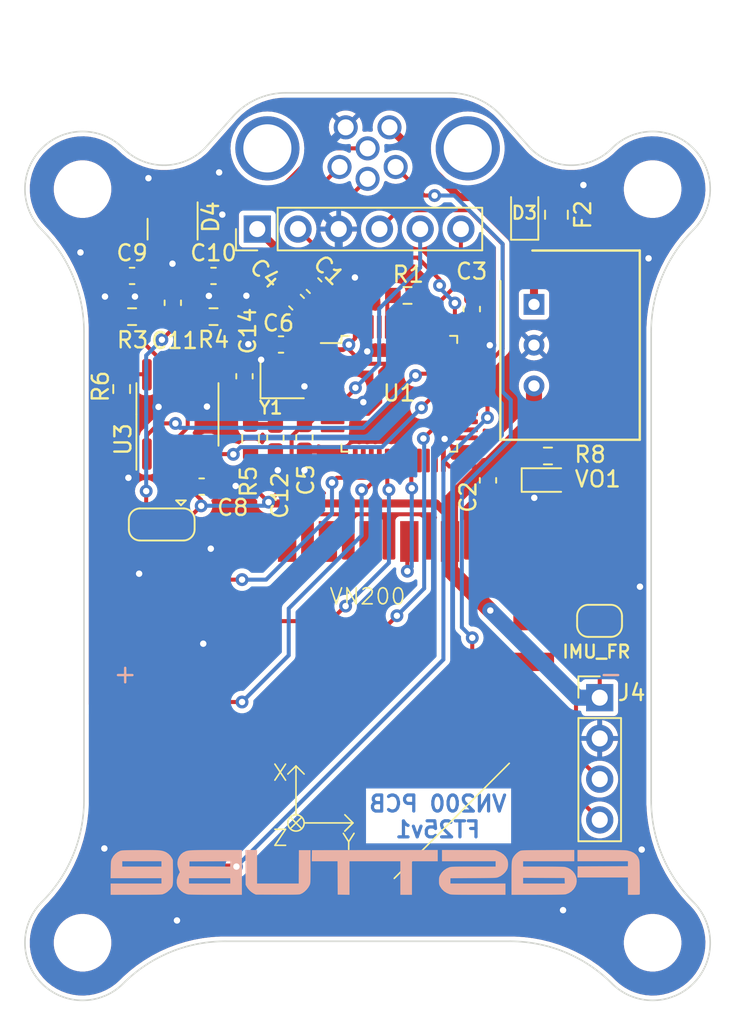
<source format=kicad_pcb>
(kicad_pcb
	(version 20240108)
	(generator "pcbnew")
	(generator_version "8.0")
	(general
		(thickness 1.6)
		(legacy_teardrops no)
	)
	(paper "A4")
	(layers
		(0 "F.Cu" signal)
		(31 "B.Cu" signal)
		(32 "B.Adhes" user "B.Adhesive")
		(33 "F.Adhes" user "F.Adhesive")
		(34 "B.Paste" user)
		(35 "F.Paste" user)
		(36 "B.SilkS" user "B.Silkscreen")
		(37 "F.SilkS" user "F.Silkscreen")
		(38 "B.Mask" user)
		(39 "F.Mask" user)
		(40 "Dwgs.User" user "User.Drawings")
		(41 "Cmts.User" user "User.Comments")
		(42 "Eco1.User" user "User.Eco1")
		(43 "Eco2.User" user "User.Eco2")
		(44 "Edge.Cuts" user)
		(45 "Margin" user)
		(46 "B.CrtYd" user "B.Courtyard")
		(47 "F.CrtYd" user "F.Courtyard")
		(48 "B.Fab" user)
		(49 "F.Fab" user)
		(50 "User.1" user)
		(51 "User.2" user)
		(52 "User.3" user)
		(53 "User.4" user)
		(54 "User.5" user)
		(55 "User.6" user)
		(56 "User.7" user)
		(57 "User.8" user)
		(58 "User.9" user)
	)
	(setup
		(stackup
			(layer "F.SilkS"
				(type "Top Silk Screen")
			)
			(layer "F.Paste"
				(type "Top Solder Paste")
			)
			(layer "F.Mask"
				(type "Top Solder Mask")
				(thickness 0.01)
			)
			(layer "F.Cu"
				(type "copper")
				(thickness 0.035)
			)
			(layer "dielectric 1"
				(type "core")
				(thickness 1.51)
				(material "FR4")
				(epsilon_r 4.5)
				(loss_tangent 0.02)
			)
			(layer "B.Cu"
				(type "copper")
				(thickness 0.035)
			)
			(layer "B.Mask"
				(type "Bottom Solder Mask")
				(thickness 0.01)
			)
			(layer "B.Paste"
				(type "Bottom Solder Paste")
			)
			(layer "B.SilkS"
				(type "Bottom Silk Screen")
			)
			(copper_finish "None")
			(dielectric_constraints no)
		)
		(pad_to_mask_clearance 0)
		(allow_soldermask_bridges_in_footprints no)
		(aux_axis_origin 142.24 63.5)
		(pcbplotparams
			(layerselection 0x00010fc_ffffffff)
			(plot_on_all_layers_selection 0x0000000_00000000)
			(disableapertmacros no)
			(usegerberextensions no)
			(usegerberattributes yes)
			(usegerberadvancedattributes yes)
			(creategerberjobfile no)
			(dashed_line_dash_ratio 12.000000)
			(dashed_line_gap_ratio 3.000000)
			(svgprecision 4)
			(plotframeref no)
			(viasonmask no)
			(mode 1)
			(useauxorigin yes)
			(hpglpennumber 1)
			(hpglpenspeed 20)
			(hpglpendiameter 15.000000)
			(pdf_front_fp_property_popups yes)
			(pdf_back_fp_property_popups yes)
			(dxfpolygonmode yes)
			(dxfimperialunits yes)
			(dxfusepcbnewfont yes)
			(psnegative no)
			(psa4output no)
			(plotreference yes)
			(plotvalue no)
			(plotfptext yes)
			(plotinvisibletext no)
			(sketchpadsonfab no)
			(subtractmaskfromsilk yes)
			(outputformat 1)
			(mirror no)
			(drillshape 0)
			(scaleselection 1)
			(outputdirectory "gerber/")
		)
	)
	(net 0 "")
	(net 1 "Net-(U1-PB2)")
	(net 2 "GND")
	(net 3 "/CAN_H")
	(net 4 "/CAN_L")
	(net 5 "/Vref")
	(net 6 "/NRST")
	(net 7 "/SWCLK")
	(net 8 "/SWDIO")
	(net 9 "/SWO")
	(net 10 "Net-(JP1-A)")
	(net 11 "Net-(U1-BOOT0)")
	(net 12 "Net-(U3-Rs)")
	(net 13 "unconnected-(U1-PC13-Pad2)")
	(net 14 "unconnected-(U1-PC14-Pad3)")
	(net 15 "unconnected-(U1-PC15-Pad4)")
	(net 16 "Net-(U1-PF0)")
	(net 17 "Net-(U1-PF1)")
	(net 18 "unconnected-(U1-PA0-Pad10)")
	(net 19 "unconnected-(U1-PA1-Pad11)")
	(net 20 "unconnected-(U1-PA2-Pad12)")
	(net 21 "unconnected-(U1-PA3-Pad13)")
	(net 22 "unconnected-(U1-PA4-Pad14)")
	(net 23 "Net-(U1-PA5)")
	(net 24 "Net-(U1-PA6)")
	(net 25 "Net-(U1-PA7)")
	(net 26 "unconnected-(U1-PB0-Pad18)")
	(net 27 "unconnected-(U1-PB1-Pad19)")
	(net 28 "unconnected-(VN200-VBAT_RTC-Pad25)")
	(net 29 "unconnected-(U1-PB10-Pad21)")
	(net 30 "unconnected-(U1-PB11-Pad22)")
	(net 31 "unconnected-(U1-PB12-Pad25)")
	(net 32 "unconnected-(U1-PB13-Pad26)")
	(net 33 "unconnected-(U1-PB14-Pad27)")
	(net 34 "unconnected-(U1-PB15-Pad28)")
	(net 35 "unconnected-(U1-PA8-Pad29)")
	(net 36 "Net-(U1-PA9)")
	(net 37 "Net-(U1-PA10)")
	(net 38 "/CAN_RX")
	(net 39 "/CAN_TX")
	(net 40 "Net-(VO1-A)")
	(net 41 "unconnected-(U1-PB4-Pad40)")
	(net 42 "unconnected-(U1-PB5-Pad41)")
	(net 43 "unconnected-(U1-PB6-Pad42)")
	(net 44 "unconnected-(U1-PB7-Pad43)")
	(net 45 "unconnected-(U1-PB8-Pad45)")
	(net 46 "unconnected-(U1-PB9-Pad46)")
	(net 47 "/UART IN")
	(net 48 "/UART OUT")
	(net 49 "unconnected-(VN200-SYNC_OUT-Pad9)")
	(net 50 "unconnected-(VN200-TX1-Pad12)")
	(net 51 "unconnected-(VN200-RX2-Pad13)")
	(net 52 "/PPS")
	(net 53 "/SYNC")
	(net 54 "Net-(JP3-C)")
	(net 55 "Net-(D3-K)")
	(net 56 "Net-(U2-VIN)")
	(net 57 "+24V")
	(net 58 "unconnected-(U1-PA15-Pad38)")
	(net 59 "+3V3")
	(footprint "Connector_PinHeader_2.54mm:PinHeader_1x06_P2.54mm_Vertical" (layer "F.Cu") (at 153.139884 65.991173 90))
	(footprint "Capacitor_SMD:C_0603_1608Metric_Pad1.08x0.95mm_HandSolder" (layer "F.Cu") (at 154.27 79.02 -90))
	(footprint "Connector_PinHeader_2.54mm:PinHeader_1x04_P2.54mm_Vertical" (layer "F.Cu") (at 174.5 95.21))
	(footprint "Fuse:Fuse_0805_2012Metric" (layer "F.Cu") (at 171.8 65.1 -90))
	(footprint (layer "F.Cu") (at 143.14 99))
	(footprint "MountingHole:MountingHole_3.2mm_M3" (layer "F.Cu") (at 177.8 110.49))
	(footprint "Connector_Phoenix_SACC:DSI-M8MS_6CON_M8_L90" (layer "F.Cu") (at 160.02 60.96))
	(footprint "Capacitor_SMD:C_0603_1608Metric_Pad1.08x0.95mm_HandSolder" (layer "F.Cu") (at 166.52 70.98 90))
	(footprint "IMU:VN-200" (layer "F.Cu") (at 160.02 99.06))
	(footprint "MountingHole:MountingHole_3.2mm_M3" (layer "F.Cu") (at 142.24 63.5))
	(footprint "Capacitor_SMD:C_0603_1608Metric_Pad1.08x0.95mm_HandSolder" (layer "F.Cu") (at 149.67 82.049092))
	(footprint "Package_SO:SOIC-8_3.9x4.9mm_P1.27mm" (layer "F.Cu") (at 148.16 77.549092 90))
	(footprint "Capacitor_SMD:C_0603_1608Metric_Pad1.08x0.95mm_HandSolder" (layer "F.Cu") (at 147.87 70.59 90))
	(footprint "Jumper:SolderJumper-3_P1.3mm_Open_RoundedPad1.0x1.5mm" (layer "F.Cu") (at 147.18 84.41 180))
	(footprint "Capacitor_SMD:C_0603_1608Metric_Pad1.08x0.95mm_HandSolder" (layer "F.Cu") (at 167.53 81.66 -90))
	(footprint "Capacitor_SMD:C_0603_1608Metric_Pad1.08x0.95mm_HandSolder" (layer "F.Cu") (at 155.59 70.55 135))
	(footprint "Capacitor_SMD:C_0603_1608Metric_Pad1.08x0.95mm_HandSolder" (layer "F.Cu") (at 150.41 68.9125))
	(footprint "Capacitor_SMD:C_0603_1608Metric_Pad1.08x0.95mm_HandSolder" (layer "F.Cu") (at 156.68 69.52 135))
	(footprint "LED_SMD:LED_0603_1608Metric_Pad1.05x0.95mm_HandSolder" (layer "F.Cu") (at 171.2925 81.64))
	(footprint "Jumper:SolderJumper-2_P1.3mm_Open_RoundedPad1.0x1.5mm" (layer "F.Cu") (at 174.49 90.42))
	(footprint "MountingHole:MountingHole_3.2mm_M3" (layer "F.Cu") (at 177.8 63.5))
	(footprint "Package_QFP:LQFP-48_7x7mm_P0.5mm" (layer "F.Cu") (at 162 76.26))
	(footprint "Resistor_SMD:R_0603_1608Metric_Pad0.98x0.95mm_HandSolder" (layer "F.Cu") (at 162.510628 70.130622 180))
	(footprint "Capacitor_SMD:C_0603_1608Metric" (layer "F.Cu") (at 154.62 73.19))
	(footprint "Crystal:Crystal_SMD_2016-4Pin_2.0x1.6mm" (layer "F.Cu") (at 154.69 75.39))
	(footprint "Capacitor_SMD:C_0603_1608Metric_Pad1.08x0.95mm_HandSolder" (layer "F.Cu") (at 145.33 68.9125))
	(footprint "Diode_SMD:D_SOD-323" (layer "F.Cu") (at 169.82 65.0475 90))
	(footprint "Resistor_SMD:R_0603_1608Metric_Pad0.98x0.95mm_HandSolder" (layer "F.Cu") (at 152.72 79.06 90))
	(footprint "Capacitor_SMD:C_0603_1608Metric_Pad1.08x0.95mm_HandSolder" (layer "F.Cu") (at 156.08 78.98 -90))
	(footprint "Package_TO_SOT_SMD:SOT-23" (layer "F.Cu") (at 147.85654 65.998629 -90))
	(footprint "Resistor_SMD:R_0603_1608Metric_Pad0.98x0.95mm_HandSolder" (layer "F.Cu") (at 150.41 71.4525 180))
	(footprint "Resistor_SMD:R_0603_1608Metric_Pad0.98x0.95mm_HandSolder" (layer "F.Cu") (at 144.68 75.966592 90))
	(footprint "FaSTTUBe_Voltage_Regulators:MagI3C-FDSM-SIP-3" (layer "F.Cu") (at 172.882 73.23 -90))
	(footprint "Resistor_SMD:R_0603_1608Metric_Pad0.98x0.95mm_HandSolder" (layer "F.Cu") (at 145.33 71.4525 180))
	(footprint "Resistor_SMD:R_0603_1608Metric_Pad0.98x0.95mm_HandSolder" (layer "F.Cu") (at 171.27 80.14))
	(footprint "MountingHole:MountingHole_3.2mm_M3" (layer "F.Cu") (at 142.24 110.49))
	(footprint "Capacitor_SMD:C_0603_1608Metric" (layer "F.Cu") (at 152.34 75.17 90))
	(footprint "LOGO"
		(layer "B.Cu")
		(uuid "28083054-acf2-48da-aa86-bbc18c66292b")
		(at 160.5 106.07 180)
		(property "Reference" "G***"
			(at 0 0 0)
			(layer "B.SilkS")
			(hide yes)
			(uuid "ce9dc2c3-f6f7-4ece-a880-2d9e406b3fa6")
			(effects
				(font
					(size 1.5 1.5)
					(thickness 0.3)
				)
				(justify mirror)
			)
		)
		(property "Value" "LOGO"
			(at 0.75 0 0)
			(layer "B.SilkS")
			(hide yes)
			(uuid "d5f683b5-6ec4-4c97-a578-7908431613b8")
			(effects
				(font
					(size 1.5 1.5)
					(thickness 0.3)
				)
				(justify mirror)
			)
		)
		(property "Footprint" ""
			(at 0 0 0)
			(layer "F.Fab")
			(hide yes)
			(uuid "8bdf3c80-e812-494c-a24a-bd9936858707")
			(effects
				(font
					(size 1.27 1.27)
					(thickness 0.15)
				)
			)
		)
		(property "Datasheet" ""
			(at 0 0 0)
			(layer "F.Fab")
			(hide yes)
			(uuid "74ddb17c-8a7d-49f2-9428-f511d0fb7908")
			(effects
				(font
					(size 1.27 1.27)
					(thickness 0.15)
				)
			)
		)
		(property "Description" ""
			(at 0 0 0)
			(layer "F.Fab")
			(hide yes)
			(uuid "c9395cb6-ad11-4800-bcb4-a2e8c4730490")
			(effects
				(font
					(size 1.27 1.27)
					(thickness 0.15)
				)
			)
		)
		(attr board_only exclude_from_pos_files exclude_from_bom)
		(fp_poly
			(pts
				(xy 0.027513 1.359202) (xy 3.950867 1.353639) (xy 3.956929 1.006976) (xy 3.96299 0.660312) (xy 3.159267 0.660312)
				(xy 2.355544 0.660312) (xy 2.349826 -0.37968) (xy 2.344108 -1.419671) (xy 1.975434 -1.425706) (xy 1.60676 -1.43174)
				(xy 1.60676 -0.385714) (xy 1.60676 0.660312) (xy 0.022011 0.660312) (xy -1.562738 0.660312) (xy -1.562738 -0.385182)
				(xy -1.562738 -1.430676) (xy -1.925909 -1.430676) (xy -2.289081 -1.430676) (xy -2.289081 -0.385182)
				(xy -2.289081 0.660312) (xy -3.092461 0.660312) (xy -3.89584 0.660312) (xy -3.89584 1.012539) (xy -3.89584 1.364765)
			)
			(stroke
				(width 0)
				(type solid)
			)
			(fill solid)
			(layer "B.SilkS")
			(uuid "884763a6-8287-43c8-a27f-c91dedef9b36")
		)
		(fp_poly
			(pts
				(xy 8.095112 0.280632) (xy 8.088822 -0.80338) (xy 8.025256 -0.924197) (xy 7.946096 -1.043556) (xy 7.838611 -1.163023)
				(xy 7.71643 -1.269389) (xy 7.593185 -1.349442) (xy 7.579157 -1.356561) (xy 7.45052 -1.419671) (xy 6.118891 -1.423976)
				(xy 5.833391 -1.42474) (xy 5.588644 -1.425007) (xy 5.381383 -1.424716) (xy 5.208343 -1.423805) (xy 5.066257 -1.422214)
				(xy 4.951859 -1.419881) (xy 4.861885 -1.416745) (xy 4.793066 -1.412745) (xy 4.742138 -1.407821)
				(xy 4.705835 -1.40191) (xy 4.687529 -1.397201) (xy 4.553748 -1.336714) (xy 4.419041 -1.24243) (xy 4.292697 -1.123371)
				(xy 4.184003 -0.988561) (xy 4.102246 -0.847023) (xy 4.088571 -0.815317) (xy 4.077107 -0.785875)
				(xy 4.06758 -0.756798) (xy 4.059809 -0.723905) (xy 4.053614 -0.683013) (xy 4.048815 -0.629942) (xy 4.045231 -0.560509)
				(xy 4.042682 -0.470533) (xy 4.040987 -0.355832) (xy 4.039967 -0.212224) (xy 4.039441 -0.035527)
				(xy 4.039229 0.17844) (xy 4.039176 0.330156) (xy 4.038909 1.353639) (xy 4.40208 1.353639) (xy 4.765252 1.353639)
				(xy 4.77097 0.313648) (xy 4.776688 -0.726343) (xy 6.075086 -0.726343) (xy 7.373484 -0.726343) (xy 7.373484 0.319151)
				(xy 7.373484 1.364645) (xy 7.737443 1.364645) (xy 8.101402 1.364645)
			)
			(stroke
				(width 0)
				(type solid)
			)
			(fill solid)
			(layer "B.SilkS")
			(uuid "5742558e-5e69-4a3b-ab36-3be7354c490f")
		)
		(fp_poly
			(pts
				(xy -12.611958 1.012478) (xy -12.611958 0.660312) (xy -14.185701 0.660312) (xy -15.759445 0.660312)
				(xy -15.759445 0.506386) (xy -15.759445 0.352459) (xy -14.191204 0.34681) (xy -12.622963 0.341161)
				(xy -12.616902 -0.005503) (xy -12.61084 -0.352167) (xy -14.185143 -0.352167) (xy -15.759445 -0.352167)
				(xy -15.759445 -0.891421) (xy -15.759445 -1.430676) (xy -16.123307 -1.430676) (xy -16.26246 -1.430011)
				(xy -16.363388 -1.427692) (xy -16.431875 -1.423237) (xy -16.473701 -1.416163) (xy -16.494648 -1.405984)
				(xy -16.499232 -1.399241) (xy -16.501518 -1.371371) (xy -16.503285 -1.304018) (xy -16.504521 -1.201718)
				(xy -16.505211 -1.069007) (xy -16.50534 -0.91042) (xy -16.504894 -0.730493) (xy -16.503859 -0.53376)
				(xy -16.502527 -0.35925) (xy -16.500245 -0.116518) (xy -16.497877 0.086304) (xy -16.495254 0.253329)
				(xy -16.492208 0.388669) (xy -16.48857 0.496434) (xy -16.484172 0.580736) (xy -16.478845 0.645688)
				(xy -16.47242 0.6954) (xy -16.464729 0.733984) (xy -16.456514 0.762812) (xy -16.379227 0.932501)
				(xy -16.268069 1.074234) (xy -16.123373 1.18777) (xy -15.945468 1.272869) (xy -15.734685 1.329289)
				(xy -15.662474 1.340952) (xy -15.601264 1.346166) (xy -15.497969 1.350792) (xy -15.354523 1.354803)
				(xy -15.172858 1.358171) (xy -14.954907 1.360866) (xy -14.702602 1.362861) (xy -14.417878 1.364127)
				(xy -14.102665 1.364635) (xy -14.052046 1.364645) (xy -12.611958 1.364645)
			)
			(stroke
				(width 0)
				(type solid)
			)
			(fill solid)
			(layer "B.SilkS")
			(uuid "e5ed03c2-f386-48b7-8885-d395840cfdbf")
		)
		(fp_poly
			(pts
				(xy 10.183098 1.364467) (xy 10.46633 1.36385) (xy 10.711984 1.362663) (xy 10.92328 1.360776) (xy 11.103438 1.358061)
				(xy 11.25568 1.354388) (xy 11.383226 1.349628) (xy 11.489296 1.343651) (xy 11.577111 1.336328) (xy 11.649893 1.32753)
				(xy 11.71086 1.317127) (xy 11.763234 1.30499) (xy 11.810236 1.290989) (xy 11.825999 1.285629) (xy 11.986472 1.207396)
				(xy 12.123285 1.095959) (xy 12.230787 0.957402) (xy 12.303327 0.797808) (xy 12.314094 0.760237)
				(xy 12.341352 0.611229) (xy 12.342435 0.467263) (xy 12.316047 0.317389) (xy 12.260888 0.150657)
				(xy 12.234026 0.085075) (xy 12.190522 -0.016938) (xy 12.255761 -0.135029) (xy 12.33894 -0.321612)
				(xy 12.383582 -0.507621) (xy 12.38925 -0.687989) (xy 12.355512 -0.857649) (xy 12.324414 -0.935442)
				(xy 12.237081 -1.072267) (xy 12.115258 -1.195431) (xy 11.967921 -1.298258) (xy 11.804042 -1.374072)
				(xy 11.691941 -1.405909) (xy 11.647155 -1.411314) (xy 11.566363 -1.416023) (xy 11.44855 -1.420049)
				(xy 11.292702 -1.423406) (xy 11.097804 -1.42611) (xy 10.862842 -1.428174) (xy 10.586799 -1.429613)
				(xy 10.268662 -1.430441) (xy 9.947617 -1.430676) (xy 8.319931 -1.430676) (xy 8.319931 -0.396187)
				(xy 9.046274 -0.396187) (xy 9.046274 -0.561265) (xy 9.046274 -0.726343) (xy 10.333883 -0.726343)
				(xy 11.621491 -0.726343) (xy 11.621491 -0.561265) (xy 11.621491 -0.396187) (xy 10.333883 -0.396187)
				(xy 9.046274 -0.396187) (xy 8.319931 -0.396187) (xy 8.319931 -0.033016) (xy 8.319931 0.660669) (xy 9.046274 0.660669)
				(xy 9.046274 0.495234) (xy 9.046274 0.329798) (xy 10.317375 0.33548) (xy 11.588475 0.341161) (xy 11.588475 0.495234)
				(xy 11.588475 0.649307) (xy 10.317375 0.654988) (xy 9.046274 0.660669) (xy 8.319931 0.660669) (xy 8.319931 1.364645)
				(xy 9.859066 1.364645)
			)
			(stroke
				(width 0)
				(type solid)
			)
			(fill solid)
			(layer "B.SilkS")
			(uuid "7f0a1720-4e70-44f6-bde0-a3d6909caf6a")
		)
		(fp_poly
			(pts
				(xy -10.779592 1.359643) (xy -10.470987 1.358391) (xy -10.203264 1.357144) (xy -9.973289 1.355817)
				(xy -9.777922 1.354325) (xy -9.614028 1.352584) (xy -9.478468 1.350508) (xy -9.368107 1.348012)
				(xy -9.279806 1.345013) (xy -9.210428 1.341424) (xy -9.156837 1.337162) (xy -9.115896 1.332142)
				(xy -9.084466 1.326278) (xy -9.059411 1.319486) (xy -9.039989 1.312613) (xy -8.943578 1.261006)
				(xy -8.838692 1.181472) (xy -8.737632 1.084898) (xy -8.652697 0.982167) (xy -8.63214 0.95168) (xy -8.601965 0.903019)
				(xy -8.576613 0.857319) (xy -8.555664 0.810381) (xy -8.538697 0.758004) (xy -8.525295 0.695986)
				(xy -8.515036 0.620129) (xy -8.507502 0.52623) (xy -8.502273 0.41009) (xy -8.49893 0.267508) (xy -8.497052 0.094284)
				(xy -8.496221 -0.113784) (xy -8.496016 -0.360895) (xy -8.496013 -0.411187) (xy -8.496013 -1.430676)
				(xy -10.141291 -1.428708) (xy -10.471045 -1.428136) (xy -10.759259 -1.427233) (xy -11.008413 -1.425956)
				(xy -11.220987 -1.424262) (xy -11.399461 -1.42211) (xy -11.546315 -1.419456) (xy -11.664029 -1.416258)
				(xy -11.755082 -1.412473) (xy -11.821956 -1.40806) (xy -11.867129 -1.402975) (xy -11.887982 -1.398773)
				(xy -12.072084 -1.327099) (xy -12.234935 -1.221875) (xy -12.371232 -1.08816) (xy -12.475677 -0.931011)
				(xy -12.5362 -0.78023) (xy -12.545352 -0.726343) (xy -11.821435 -0.726343) (xy -10.521896 -0.726343)
				(xy -9.222357 -0.726343) (xy -9.222357 -0.550084) (xy -9.222357 -0.373825) (xy -10.515467 -0.379504)
				(xy -11.808578 -0.385182) (xy -11.815007 -0.555763) (xy -11.821435 -0.726343) (xy -12.545352 -0.726343)
				(xy -12.566607 -0.601198) (xy -12.556485 -0.423907) (xy -12.509184 -0.253625) (xy -12.428055 -0.095623)
				(xy -12.316448 0.044831) (xy -12.177712 0.162466) (xy -12.015198 0.252012) (xy -11.846013 0.305388)
				(xy -11.7936 0.31171) (xy -11.700072 0.317087) (xy -11.564973 0.321528) (xy -11.38785 0.325041)
				(xy -11.168246 0.327635) (xy -10.905709 0.329316) (xy -10.599782 0.330095) (xy -10.475866 0.330156)
				(xy -9.222357 0.330156) (xy -9.222357 0.495234) (xy -9.222357 0.660312) (xy -10.81811 0.660312)
				(xy -12.413864 0.660312) (xy -12.413864 1.013152) (xy -12.413864 1.365992)
			)
			(stroke
				(width 0)
				(type solid)
			)
			(fill solid)
			(layer "B.SilkS")
			(uuid "bbab021f-f57b-4205-a006-fc15e5ffa1d4")
		)
		(fp_poly
			(pts
				(xy 14.542146 1.360743) (xy 14.713952 1.359657) (xy 14.965023 1.357759) (xy 15.176003 1.355752)
				(xy 15.350821 1.353492) (xy 15.493406 1.35083) (xy 15.607687 1.34762) (xy 15.697594 1.343716) (xy 15.767056 1.338972)
				(xy 15.820002 1.333239) (xy 15.860362 1.326373) (xy 15.892064 1.318226) (xy 15.90089 1.315369) (xy 16.065529 1.23732)
				(xy 16.214674 1.123368) (xy 16.340626 0.980936) (xy 16.435686 0.817448) (xy 16.448447 0.787532)
				(xy 16.463418 0.7471) (xy 16.475032 0.704805) (xy 16.483832 0.65424) (xy 16.490358 0.588995) (xy 16.495152 0.502664)
				(xy 16.498753 0.388839) (xy 16.501705 0.241111) (xy 16.503329 0.137565) (xy 16.511238 -0.396187)
				(xy 14.92477 -0.396187) (xy 13.338302 -0.396187) (xy 13.338302 -0.561265) (xy 13.338302 -0.726343)
				(xy 14.923051 -0.726343) (xy 16.507799 -0.726343) (xy 16.507799 -1.07851) (xy 16.507799 -1.430676)
				(xy 14.928553 -1.429204) (xy 14.606997 -1.428723) (xy 14.326926 -1.427892) (xy 14.085805 -1.426666)
				(xy 13.881098 -1.424999) (xy 13.710271 -1.422848) (xy 13.570789 -1.420167) (xy 13.460118 -1.416912)
				(xy 13.375721 -1.413039) (xy 13.315064 -1.408501) (xy 13.275612 -1.403256) (xy 13.261266 -1.399814)
				(xy 13.115016 -1.340945) (xy 12.982205 -1.258539) (xy 12.849698 -1.144218) (xy 12.830024 -1.12479)
				(xy 12.775152 -1.069224) (xy 12.730216 -1.019713) (xy 12.694267 -0.971288) (xy 12.666354 -0.918983)
				(xy 12.645528 -0.85783) (xy 12.630838 -0.782862) (xy 12.621336 -0.689111) (xy 12.61607 -0.57161)
				(xy 12.61409 -0.425391) (xy 12.614448 -0.245487) (xy 12.616193 -0.026931) (xy 12.616365 -0.007526)
				(xy 12.622282 0.660312) (xy 13.338302 0.660312) (xy 13.338302 0.495234) (xy 13.338302 0.330156)
				(xy 14.559879 0.330156) (xy 15.781456 0.330156) (xy 15.781456 0.495234) (xy 15.781456 0.660312)
				(xy 14.559879 0.660312) (xy 13.338302 0.660312) (xy 12.622282 0.660312) (xy 12.622964 0.737348)
				(xy 12.684466 0.
... [305279 chars truncated]
</source>
